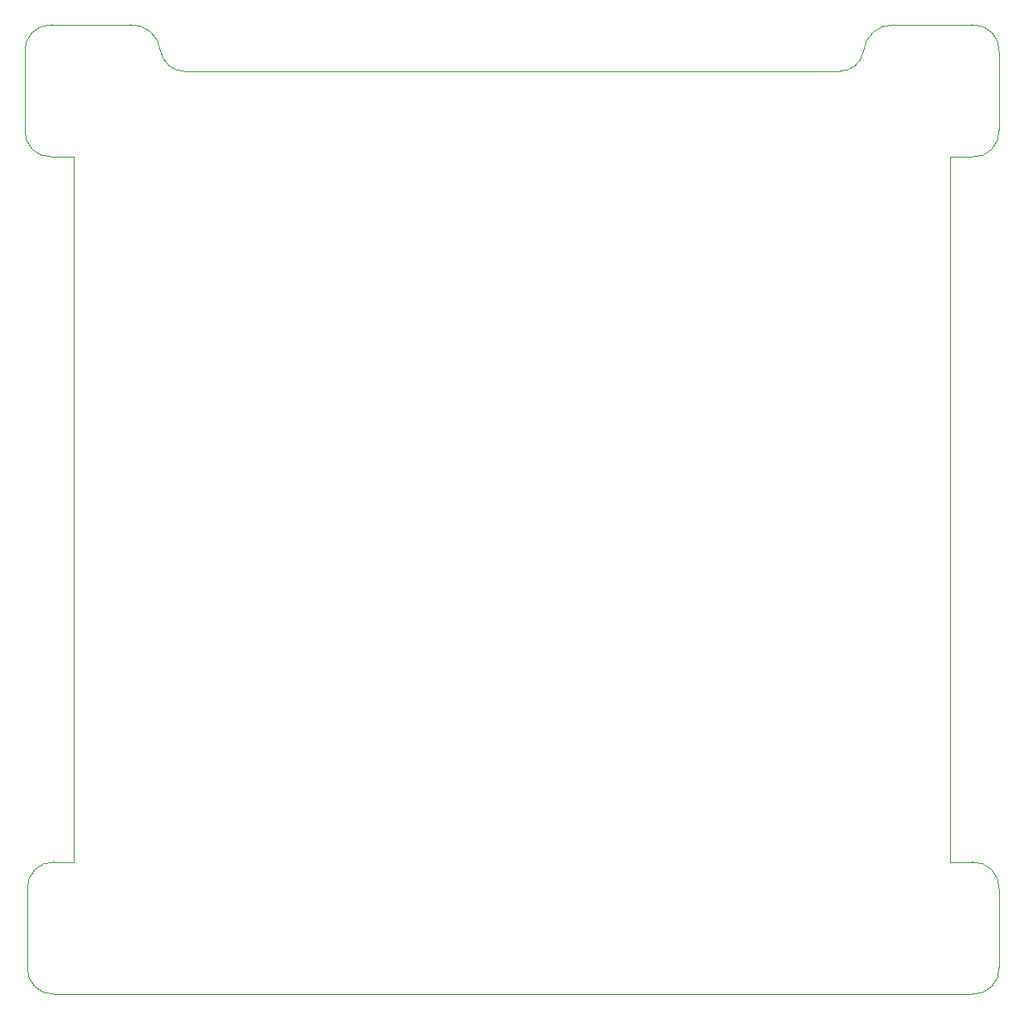
<source format=gbr>
%TF.GenerationSoftware,KiCad,Pcbnew,(6.0.9)*%
%TF.CreationDate,2022-12-14T11:39:08-05:00*%
%TF.ProjectId,Coaster_PCB_CDR,436f6173-7465-4725-9f50-43425f434452,rev?*%
%TF.SameCoordinates,Original*%
%TF.FileFunction,Profile,NP*%
%FSLAX46Y46*%
G04 Gerber Fmt 4.6, Leading zero omitted, Abs format (unit mm)*
G04 Created by KiCad (PCBNEW (6.0.9)) date 2022-12-14 11:39:08*
%MOMM*%
%LPD*%
G01*
G04 APERTURE LIST*
%TA.AperFunction,Profile*%
%ADD10C,0.100000*%
%TD*%
G04 APERTURE END LIST*
D10*
X173739399Y-156499999D02*
G75*
G03*
X176489399Y-153750000I114401J2635599D01*
G01*
X165739397Y-57500051D02*
G75*
G03*
X162625000Y-60250000I-129797J-2991549D01*
G01*
X173739399Y-143000000D02*
X171500000Y-143000000D01*
X176489399Y-60250000D02*
X176489399Y-68250000D01*
X77000000Y-68250000D02*
G75*
G03*
X79750000Y-71000000I2635600J-114400D01*
G01*
X77250000Y-153750000D02*
X77250000Y-145750000D01*
X173739399Y-57500000D02*
X165739399Y-57500000D01*
X176489400Y-145750000D02*
G75*
G03*
X173739399Y-143000000I-2635600J114400D01*
G01*
X171500000Y-143000000D02*
X171500000Y-71000000D01*
X90864449Y-60249990D02*
G75*
G03*
X93250000Y-62250000I2436851J483890D01*
G01*
X77000000Y-68250000D02*
X77000000Y-60250000D01*
X80000000Y-143000000D02*
X82000000Y-143000000D01*
X80000000Y-143000000D02*
G75*
G03*
X77250000Y-145750000I-114400J-2635600D01*
G01*
X80000000Y-156500000D02*
X88000000Y-156500000D01*
X93250000Y-62250000D02*
X160239399Y-62250000D01*
X79750000Y-57500000D02*
G75*
G03*
X77000000Y-60250000I-114400J-2635600D01*
G01*
X82000000Y-71000000D02*
X82000000Y-143000000D01*
X171500000Y-71000000D02*
X173750000Y-71000000D01*
X79750000Y-57500000D02*
X87750000Y-57500000D01*
X77250000Y-153750000D02*
G75*
G03*
X80000000Y-156500000I2635600J-114400D01*
G01*
X90864372Y-60250002D02*
G75*
G03*
X87750000Y-57500000I-2984472J-241398D01*
G01*
X160239400Y-62250066D02*
G75*
G03*
X162625000Y-60250000I-51400J2484066D01*
G01*
X173739399Y-156500000D02*
X165739399Y-156500000D01*
X173749999Y-71000022D02*
G75*
G03*
X176489399Y-68250000I104201J2635622D01*
G01*
X79750000Y-71000000D02*
X82000000Y-71000000D01*
X176489400Y-60250000D02*
G75*
G03*
X173739399Y-57500000I-2635600J114400D01*
G01*
X176489399Y-145750000D02*
X176489399Y-153750000D01*
X88000000Y-156500000D02*
X165739399Y-156500000D01*
M02*

</source>
